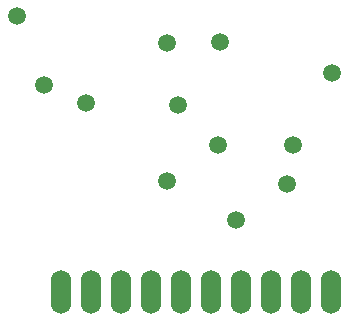
<source format=gbs>
G04 #@! TF.GenerationSoftware,KiCad,Pcbnew,8.0.1-rc1*
G04 #@! TF.CreationDate,2024-03-16T10:33:16-04:00*
G04 #@! TF.ProjectId,boostlet,626f6f73-746c-4657-942e-6b696361645f,rev?*
G04 #@! TF.SameCoordinates,Original*
G04 #@! TF.FileFunction,Soldermask,Bot*
G04 #@! TF.FilePolarity,Negative*
%FSLAX46Y46*%
G04 Gerber Fmt 4.6, Leading zero omitted, Abs format (unit mm)*
G04 Created by KiCad (PCBNEW 8.0.1-rc1) date 2024-03-16 10:33:16*
%MOMM*%
%LPD*%
G01*
G04 APERTURE LIST*
%ADD10O,1.700000X3.700000*%
%ADD11C,1.500000*%
G04 APERTURE END LIST*
D10*
G04 #@! TO.C,J4*
X111887000Y-112776000D03*
X114427000Y-112776000D03*
X116967000Y-112776000D03*
X119507000Y-112776000D03*
X122047000Y-112776000D03*
X124587000Y-112776000D03*
X127127000Y-112776000D03*
X129667000Y-112776000D03*
X132207000Y-112776000D03*
X134747000Y-112776000D03*
G04 #@! TD*
D11*
G04 #@! TO.C,TP4*
X110490000Y-95250000D03*
G04 #@! TD*
G04 #@! TO.C,TP16*
X121793000Y-96901000D03*
G04 #@! TD*
G04 #@! TO.C,TP15*
X134874000Y-94234000D03*
G04 #@! TD*
G04 #@! TO.C,TP5*
X125222000Y-100330000D03*
G04 #@! TD*
G04 #@! TO.C,TP11*
X131572000Y-100330000D03*
G04 #@! TD*
G04 #@! TO.C,TP2*
X120904000Y-103378000D03*
G04 #@! TD*
G04 #@! TO.C,TP14*
X125349000Y-91567000D03*
G04 #@! TD*
G04 #@! TO.C,TP6*
X114046000Y-96774000D03*
G04 #@! TD*
G04 #@! TO.C,TP3*
X108204000Y-89408000D03*
G04 #@! TD*
G04 #@! TO.C,TP13*
X131064000Y-103632000D03*
G04 #@! TD*
G04 #@! TO.C,TP1*
X126746000Y-106680000D03*
G04 #@! TD*
G04 #@! TO.C,TP12*
X120904000Y-91694000D03*
G04 #@! TD*
M02*

</source>
